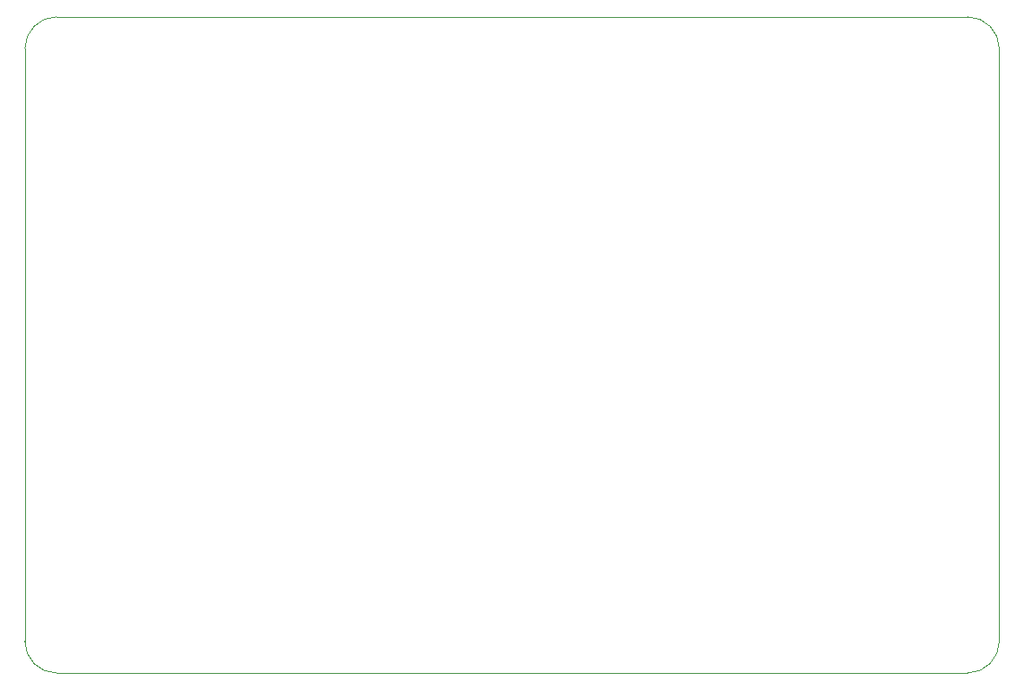
<source format=gm1>
%TF.GenerationSoftware,KiCad,Pcbnew,8.0.4*%
%TF.CreationDate,2024-08-28T18:13:50+02:00*%
%TF.ProjectId,Controller,436f6e74-726f-46c6-9c65-722e6b696361,v0*%
%TF.SameCoordinates,Original*%
%TF.FileFunction,Profile,NP*%
%FSLAX46Y46*%
G04 Gerber Fmt 4.6, Leading zero omitted, Abs format (unit mm)*
G04 Created by KiCad (PCBNEW 8.0.4) date 2024-08-28 18:13:50*
%MOMM*%
%LPD*%
G01*
G04 APERTURE LIST*
%TA.AperFunction,Profile*%
%ADD10C,0.100000*%
%TD*%
G04 APERTURE END LIST*
D10*
X158000000Y-53000000D02*
G75*
G02*
X161000000Y-50000000I3000000J0D01*
G01*
X247000000Y-50000000D02*
G75*
G02*
X250000000Y-53000000I0J-3000000D01*
G01*
X250000000Y-109000000D02*
G75*
G02*
X247000000Y-112000000I-3000000J0D01*
G01*
X250000000Y-53000000D02*
X250000000Y-109000000D01*
X247000000Y-112000000D02*
X161000000Y-112000000D01*
X158000000Y-109000000D02*
X158000000Y-53000000D01*
X161000000Y-50000000D02*
X247000000Y-50000000D01*
X161000000Y-112000000D02*
G75*
G02*
X158000000Y-109000000I0J3000000D01*
G01*
M02*

</source>
